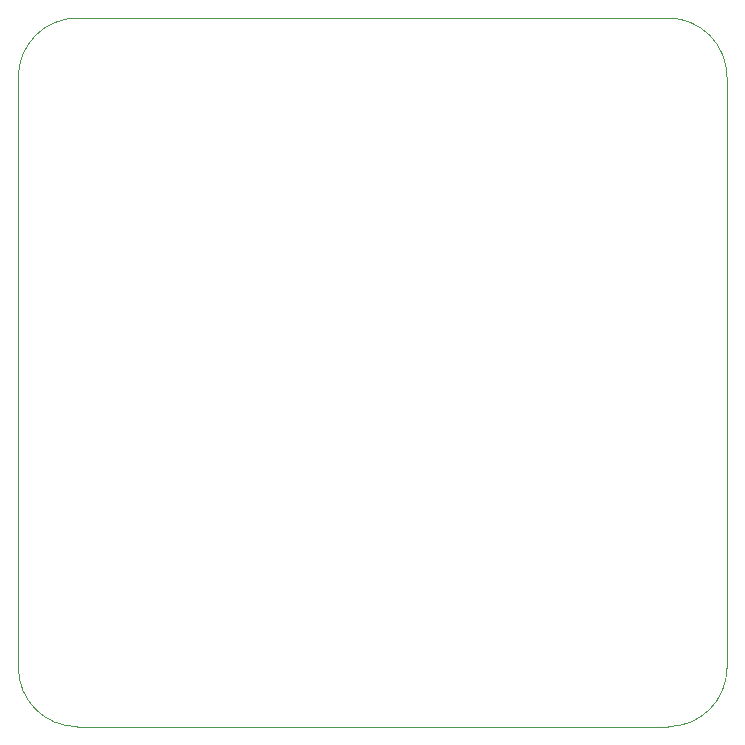
<source format=gm1>
G04*
G04 #@! TF.GenerationSoftware,Altium Limited,Altium Designer,23.11.1 (41)*
G04*
G04 Layer_Color=16711935*
%FSLAX44Y44*%
%MOMM*%
G71*
G04*
G04 #@! TF.SameCoordinates,47BC51C5-C70F-4843-9F8A-4785544E9BB8*
G04*
G04*
G04 #@! TF.FilePolarity,Positive*
G04*
G01*
G75*
%ADD12C,0.1000*%
D12*
X550000D02*
G03*
X600000Y50000I0J50000D01*
G01*
X0D02*
G03*
X50000Y0I50000J0D01*
G01*
X600000Y550000D02*
G03*
X550000Y600000I-50000J0D01*
G01*
X50000Y600000D02*
G03*
X0Y550000I0J-50000D01*
G01*
X50000Y600000D02*
G03*
X0Y550000I0J-50000D01*
G01*
X600000Y550000D02*
G03*
X550000Y600000I-50000J0D01*
G01*
X550000Y0D02*
G03*
X600000Y50000I0J50000D01*
G01*
X0D02*
G03*
X50000Y0I50000J0D01*
G01*
X550000D02*
G03*
X600000Y50000I0J50000D01*
G01*
X0D02*
G03*
X50000Y0I50000J0D01*
G01*
X600000Y550000D02*
G03*
X550000Y600000I-50000J0D01*
G01*
X50000Y600000D02*
G03*
X0Y550000I0J-50000D01*
G01*
X50000Y0D02*
X550000D01*
X0Y50000D02*
Y550000D01*
X50000Y600000D02*
X550000D01*
X600000Y50000D02*
X600000Y550000D01*
X0Y50000D02*
Y550000D01*
X50000Y600000D02*
X550000D01*
X600000Y50000D02*
X600000Y550000D01*
X50000Y0D02*
X550000D01*
X50000D02*
X550000D01*
X0Y50000D02*
Y550000D01*
X50000Y600000D02*
X550000D01*
X600000Y50000D02*
X600000Y550000D01*
M02*

</source>
